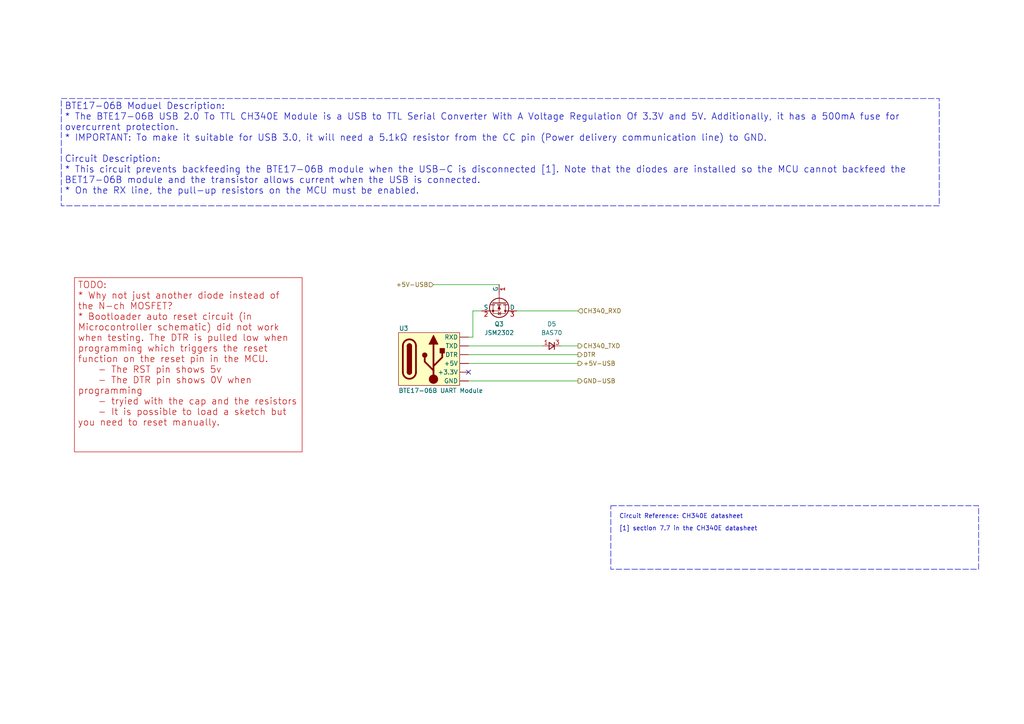
<source format=kicad_sch>
(kicad_sch (version 20250114) (generator "eeschema") (generator_version "9.0")
  (paper "A4")
  (title_block (title "Kitchen_Timer - ${SHEETNAME}") (date "2025-01-26") (rev "v01") (comment 2 "creativecommons.org/licences/4.0/") (comment 3 "Licence: CC BY 4.0") (comment 4 "Author: Nicolas Perozzi"))
  (lib_symbols
    (symbol "D_Small_1" (pin_names (offset 0) (hide yes))
      (property "Reference" "D5" (at 0 6.35 0))
      (property "Value" "BAS70" (at 0 3.81 0))
      (symbol "D_Small_1_0_1"
        (polyline (pts (xy -0.762 0) (xy 0.762 0)))
        (polyline (pts (xy -0.762 -1.016) (xy -0.762 1.016)) (stroke (width 0.254)))
        (polyline (pts (xy 0.762 -1.016) (xy -0.762 0) (xy 0.762 1.016) (xy 0.762 -1.016)) (stroke (width 0.254)))
      )
      (symbol "D_Small_1_1_1"
        (pin passive line (at -2.54 0 0) (length 1.778) (name "K") (number "3"))
        (pin passive line (at 2.54 0 180) (length 1.778) (name "A") (number "1"))
      )
    )
    (symbol "Simulation_SPICE:NMOS" (pin_names (offset 0))
      (property "Reference" "Q3" (at 6.35 0 90))
      (property "Value" "JSM2302" (at 8.89 0 90))
      (symbol "NMOS_0_1"
        (polyline (pts (xy 0.254 1.905) (xy 0.254 -1.905)) (stroke (width 0.254)))
        (polyline (pts (xy 0.254 0) (xy -2.54 0)))
        (polyline (pts (xy 0.762 2.286) (xy 0.762 1.27)) (stroke (width 0.254)))
        (polyline (pts (xy 0.762 0.508) (xy 0.762 -0.508)) (stroke (width 0.254)))
        (polyline (pts (xy 0.762 -1.27) (xy 0.762 -2.286)) (stroke (width 0.254)))
        (polyline (pts (xy 0.762 -1.778) (xy 3.302 -1.778) (xy 3.302 1.778) (xy 0.762 1.778)))
        (polyline (pts (xy 1.016 0) (xy 2.032 0.381) (xy 2.032 -0.381) (xy 1.016 0)) (fill (type outline)))
        (circle (center 1.651 0) (radius 2.794) (stroke (width 0.254)))
        (polyline (pts (xy 2.54 2.54) (xy 2.54 1.778)))
        (circle (center 2.54 1.778) (radius 0.254) (fill (type outline)))
        (circle (center 2.54 -1.778) (radius 0.254) (fill (type outline)))
        (polyline (pts (xy 2.54 -2.54) (xy 2.54 0) (xy 0.762 0)))
        (polyline (pts (xy 2.794 0.508) (xy 2.921 0.381) (xy 3.683 0.381) (xy 3.81 0.254)))
        (polyline (pts (xy 3.302 0.381) (xy 2.921 -0.254) (xy 3.683 -0.254) (xy 3.302 0.381)))
      )
      (symbol "NMOS_1_1"
        (pin input line (at -5.08 0 0) (length 2.54) (name "G") (number "1"))
        (pin passive line (at 2.54 5.08 270) (length 2.54) (name "D") (number "3"))
        (pin passive line (at 2.54 -5.08 90) (length 2.54) (name "S") (number "2"))
      )
    )
    (symbol "kitchen_timer-symbols_lib:UART_Module"
      (property "Reference" "U" (at -9.398 8.636 0))
      (property "Value" "BTE17-06B UART Module" (at -10.16 -8.89 0))
      (symbol "UART_Module_0_1"
        (polyline (pts (xy -8.89 -3.81) (xy -8.89 3.81)) (stroke (width 0.508)))
        (rectangle (start -7.62 3.81) (end -6.35 -3.81) (stroke (width 0.254)) (fill (type outline)))
        (arc (start -7.62 3.81) (mid -6.985 4.4423) (end -6.35 3.81) (stroke (width 0.254)))
        (arc (start -7.62 3.81) (mid -6.985 4.4423) (end -6.35 3.81) (stroke (width 0.254)) (fill (type outline)))
        (arc (start -8.89 3.81) (mid -6.985 5.7067) (end -5.08 3.81) (stroke (width 0.508)))
        (arc (start -5.08 -3.81) (mid -6.985 -5.7067) (end -8.89 -3.81) (stroke (width 0.508)))
        (arc (start -6.35 -3.81) (mid -6.985 -4.4423) (end -7.62 -3.81) (stroke (width 0.254)))
        (arc (start -6.35 -3.81) (mid -6.985 -4.4423) (end -7.62 -3.81) (stroke (width 0.254)) (fill (type outline)))
        (polyline (pts (xy -5.08 3.81) (xy -5.08 -3.81)) (stroke (width 0.508)))
      )
      (symbol "UART_Module_1_1"
        (rectangle (start -10.16 7.62) (end 7.62 -7.62) (fill (type background)))
        (circle (center -2.54 1.143) (radius 0.635) (stroke (width 0.254)) (fill (type outline)))
        (polyline (pts (xy -1.27 4.318) (xy 0 6.858) (xy 1.27 4.318) (xy -1.27 4.318)) (stroke (width 0.254)) (fill (type outline)))
        (polyline (pts (xy 0 -2.032) (xy 2.54 0.508) (xy 2.54 1.778)) (stroke (width 0.508)))
        (polyline (pts (xy 0 -3.302) (xy -2.54 -0.762) (xy -2.54 0.508)) (stroke (width 0.508)))
        (polyline (pts (xy 0 -5.842) (xy 0 4.318)) (stroke (width 0.508)))
        (circle (center 0 -5.842) (radius 1.27) (fill (type outline)))
        (rectangle (start 1.905 1.778) (end 3.175 3.048) (stroke (width 0.254)) (fill (type outline)))
        (pin input line (at 10.16 6.35 180) (length 2.54) (name "RXD") (number ""))
        (pin output line (at 10.16 3.81 180) (length 2.54) (name "TXD") (number ""))
        (pin output line (at 10.16 1.27 180) (length 2.54) (name "DTR") (number ""))
        (pin power_out line (at 10.16 -1.27 180) (length 2.54) (name "+5V") (number ""))
        (pin power_out line (at 10.16 -3.81 180) (length 2.54) (name "+3.3V") (number ""))
        (pin power_out line (at 10.16 -6.35 180) (length 2.54) (name "GND") (number ""))
      )
    )
  )
  (rectangle (start 177.165 146.685) (end 283.845 165.1) (stroke (width 0) (type dash)))
  (text "${SHEETNAME}" (at 17.272 23.368 0) (effects (font (size 3.81 3.81) (thickness 0.762) (bold yes)) (justify left)))
  (text "\n" (at 114.046 120.904 0) (effects (font (size 1.27 1.27) (thickness 0.1588)) (justify left top)))
  (text "[1] section 7.7 in the CH340E datasheet" (at 179.578 152.654 0) (effects (font (size 1.27 1.27) (thickness 0.1588)) (justify left top)))
  (text "Circuit Reference: CH340E datasheet" (at 179.578 149.098 0) (effects (font (size 1.27 1.27) (thickness 0.1588)) (justify left top)))
  (text_box "BTE17-06B Moduel Description:\n* The BTE17-06B USB 2.0 To TTL CH340E Module is a USB to TTL Serial Converter With A Voltage Regulation Of 3.3V and 5V. Additionally, it has a 500mA fuse for overcurrent protection.\n* IMPORTANT: To make it suitable for USB 3.0, it will need a 5.1kΩ resistor from the CC pin (Power delivery communication line) to GND.\n\nCircuit Description:\n* This circuit prevents backfeeding the BTE17-06B module when the USB-C is disconnected [1]. Note that the diodes are installed so the MCU cannot backfeed the BET17-06B module and the transistor allows current when the USB is connected.\n* On the RX line, the pull-up resistors on the MCU must be enabled." (at 17.78 28.575 0) (size 254.635 31.115) (margins 0.9525 0.9525 0.9525 0.9525) (stroke (width 0) (type dash)) (effects (font (size 1.905 1.905) (thickness 0.1588)) (justify left top)))
  (text_box "TODO:\n* Why not just another diode instead of the N-ch MOSFET?\n* Bootloader auto reset circuit (in Microcontroller schematic) did not work when testing. The DTR is pulled low when programming which triggers the reset function on the reset pin in the MCU.\n    - The RST pin shows 5v\n    - The DTR pin shows 0V when programming\n    - tryied with the cap and the resistors\n    - It is possible to load a sketch but you need to reset manually." (at 21.59 80.518 0) (size 66.04 50.546) (margins 0.9525 0.9525 0.9525 0.9525) (stroke (width 0) (color 194 0 0 1)) (effects (font (size 1.905 1.905)) (justify left top)))
  (no_connect (at 135.89 107.95))
  (wire (pts (xy 125.73 82.55) (xy 144.78 82.55)))
  (wire (pts (xy 135.89 110.49) (xy 167.64 110.49)))
  (wire (pts (xy 137.16 97.79) (xy 137.16 90.17)))
  (wire (pts (xy 149.86 90.17) (xy 167.64 90.17)))
  (wire (pts (xy 162.56 100.33) (xy 167.64 100.33)))
  (wire (pts (xy 137.16 90.17) (xy 139.7 90.17)))
  (wire (pts (xy 135.89 100.33) (xy 157.48 100.33)))
  (wire (pts (xy 135.89 105.41) (xy 167.64 105.41)))
  (wire (pts (xy 135.89 97.79) (xy 137.16 97.79)))
  (wire (pts (xy 135.89 102.87) (xy 167.64 102.87)))
  (hierarchical_label "CH340_RXD" (shape input) (at 167.64 90.17 0))
  (hierarchical_label "+5V-USB" (shape input) (at 125.73 82.55 180))
  (hierarchical_label "DTR" (shape output) (at 167.64 102.87 0))
  (hierarchical_label "+5V-USB" (shape output) (at 167.64 105.41 0))
  (hierarchical_label "GND-USB" (shape output) (at 167.64 110.49 0))
  (hierarchical_label "­CH340_TXD" (shape output) (at 167.64 100.33 0))
  (symbol (lib_id "kitchen_timer-symbols_lib:UART_Module") (at 125.73 104.14 0) (unit 1)
    (property "Reference" "U3" (at 117.094 95.25 0))
    (property "Value" "BTE17-06B UART Module" (at 115.57 113.284 0) (effects (justify left)))
    (property "Datasheet" "https://cdn.sparkfun.com/assets/5/0/a/8/5/CH340DS1.PDF?utm_source=chatgpt.com" (effects (hide yes)))
    (property "Description" "CH340E USB a TTL Module" (effects (hide yes)))
    (property "Supplier Link" "https://es.aliexpress.com/item/1005004276046811.html?spm=a2g0o.order_list.order_list_main.39.6ba6194doVGuKx&gatewayAdapt=glo2esp" (effects (hide yes)))
    (property "Price/unit" "17,58kr" (effects (hide yes)))
    (property "Part Num" "CH340E" (effects (hide yes)))
    (property "Package" "Module" (effects (hide yes)))
  )
  (symbol (lib_id "Simulation_SPICE:NMOS") (at 144.78 87.63 270) (unit 1)
    (property "Reference" "Q3" (at 144.78 93.98 90))
    (property "Value" "JSM2302" (at 144.78 96.52 90))
    (property "Footprint" "Package_TO_SOT_SMD:SOT-23" (effects (hide yes)))
    (property "Datasheet" "https://www.lcsc.com/datasheet/lcsc_datasheet_2308071512_JSMSEMI-JSM2302_C916403.pdf" (effects (hide yes)))
    (property "Description" "20V 6A 26mΩ@4.5V,6A 1.25W 1.2V@250uA 1 N-Channel SOT-23 MOSFETs ROHS" (effects (hide yes)))
    (property "Sim.Device" "NMOS" (effects (hide yes)))
    (property "Sim.Type" "VDMOS" (effects (hide yes)))
    (property "Sim.Pins" "1=D 2=G 3=S" (effects (hide yes)))
    (property "Supplier Link" "https://jlcpcb.com/partdetail/Jsmsemi-JSM2302/C916403" (effects (hide yes)))
    (property "Price/unit" "$0.0201" (effects (hide yes)))
    (property "Part Num" "JSM2302" (effects (hide yes)))
    (property "Package" "SOT-23" (effects (hide yes)))
  )
  (symbol (lib_name "D_Small_1") (lib_id "Device:D_Small") (at 160.02 100.33 0) (mirror y) (unit 1)
    (property "Reference" "D5" (at 160.02 93.98 0))
    (property "Value" "BAS70" (at 160.02 96.52 0))
    (property "Footprint" "Package_TO_SOT_SMD:SOT-23" (effects (hide yes)))
    (property "Datasheet" "https://wmsc.lcsc.com/wmsc/upload/file/pdf/v2/lcsc/2201131400_Yangzhou-Yangjie-Elec-Tech-BAS70_C968045.pdf" (effects (hide yes)))
    (property "Description" "70V Independent Type 1V@15mA 70mA SOT-23(TO-236) Schottky Diodes ROHS" (effects (hide yes)))
    (property "Sim.Device" "D" (effects (hide yes)))
    (property "Sim.Pins" "1=K 2=A" (effects (hide yes)))
    (property "Supplier Link" "https://jlcpcb.com/partdetail/Yangzhou_Yangjie_ElecTech-BAS70/C968045" (effects (hide yes)))
    (property "Price/unit" "$0.0189" (effects (hide yes)))
    (property "Part Num" "BAS70" (effects (hide yes)))
    (property "Package" "SOT-23(TO-236)" (effects (hide yes)))
  )
)
</source>
